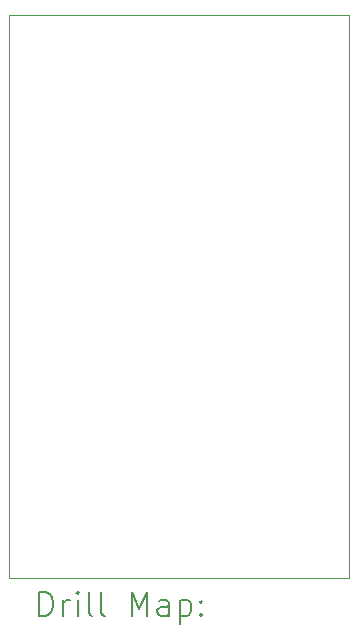
<source format=gbr>
%TF.GenerationSoftware,KiCad,Pcbnew,7.0.8*%
%TF.CreationDate,2024-05-06T13:54:15-04:00*%
%TF.ProjectId,scart breakout,73636172-7420-4627-9265-616b6f75742e,rev?*%
%TF.SameCoordinates,Original*%
%TF.FileFunction,Drillmap*%
%TF.FilePolarity,Positive*%
%FSLAX45Y45*%
G04 Gerber Fmt 4.5, Leading zero omitted, Abs format (unit mm)*
G04 Created by KiCad (PCBNEW 7.0.8) date 2024-05-06 13:54:15*
%MOMM*%
%LPD*%
G01*
G04 APERTURE LIST*
%ADD10C,0.100000*%
%ADD11C,0.200000*%
G04 APERTURE END LIST*
D10*
X1219400Y-1241160D02*
X4098500Y-1241160D01*
X4098500Y-6006720D01*
X1219400Y-6006720D01*
X1219400Y-1241160D01*
D11*
X1475177Y-6323204D02*
X1475177Y-6123204D01*
X1475177Y-6123204D02*
X1522796Y-6123204D01*
X1522796Y-6123204D02*
X1551367Y-6132728D01*
X1551367Y-6132728D02*
X1570415Y-6151775D01*
X1570415Y-6151775D02*
X1579939Y-6170823D01*
X1579939Y-6170823D02*
X1589462Y-6208918D01*
X1589462Y-6208918D02*
X1589462Y-6237489D01*
X1589462Y-6237489D02*
X1579939Y-6275585D01*
X1579939Y-6275585D02*
X1570415Y-6294632D01*
X1570415Y-6294632D02*
X1551367Y-6313680D01*
X1551367Y-6313680D02*
X1522796Y-6323204D01*
X1522796Y-6323204D02*
X1475177Y-6323204D01*
X1675177Y-6323204D02*
X1675177Y-6189870D01*
X1675177Y-6227966D02*
X1684701Y-6208918D01*
X1684701Y-6208918D02*
X1694224Y-6199394D01*
X1694224Y-6199394D02*
X1713272Y-6189870D01*
X1713272Y-6189870D02*
X1732320Y-6189870D01*
X1798986Y-6323204D02*
X1798986Y-6189870D01*
X1798986Y-6123204D02*
X1789462Y-6132728D01*
X1789462Y-6132728D02*
X1798986Y-6142251D01*
X1798986Y-6142251D02*
X1808510Y-6132728D01*
X1808510Y-6132728D02*
X1798986Y-6123204D01*
X1798986Y-6123204D02*
X1798986Y-6142251D01*
X1922796Y-6323204D02*
X1903748Y-6313680D01*
X1903748Y-6313680D02*
X1894224Y-6294632D01*
X1894224Y-6294632D02*
X1894224Y-6123204D01*
X2027558Y-6323204D02*
X2008510Y-6313680D01*
X2008510Y-6313680D02*
X1998986Y-6294632D01*
X1998986Y-6294632D02*
X1998986Y-6123204D01*
X2256129Y-6323204D02*
X2256129Y-6123204D01*
X2256129Y-6123204D02*
X2322796Y-6266061D01*
X2322796Y-6266061D02*
X2389463Y-6123204D01*
X2389463Y-6123204D02*
X2389463Y-6323204D01*
X2570415Y-6323204D02*
X2570415Y-6218442D01*
X2570415Y-6218442D02*
X2560891Y-6199394D01*
X2560891Y-6199394D02*
X2541844Y-6189870D01*
X2541844Y-6189870D02*
X2503748Y-6189870D01*
X2503748Y-6189870D02*
X2484701Y-6199394D01*
X2570415Y-6313680D02*
X2551367Y-6323204D01*
X2551367Y-6323204D02*
X2503748Y-6323204D01*
X2503748Y-6323204D02*
X2484701Y-6313680D01*
X2484701Y-6313680D02*
X2475177Y-6294632D01*
X2475177Y-6294632D02*
X2475177Y-6275585D01*
X2475177Y-6275585D02*
X2484701Y-6256537D01*
X2484701Y-6256537D02*
X2503748Y-6247013D01*
X2503748Y-6247013D02*
X2551367Y-6247013D01*
X2551367Y-6247013D02*
X2570415Y-6237489D01*
X2665653Y-6189870D02*
X2665653Y-6389870D01*
X2665653Y-6199394D02*
X2684701Y-6189870D01*
X2684701Y-6189870D02*
X2722796Y-6189870D01*
X2722796Y-6189870D02*
X2741844Y-6199394D01*
X2741844Y-6199394D02*
X2751367Y-6208918D01*
X2751367Y-6208918D02*
X2760891Y-6227966D01*
X2760891Y-6227966D02*
X2760891Y-6285108D01*
X2760891Y-6285108D02*
X2751367Y-6304156D01*
X2751367Y-6304156D02*
X2741844Y-6313680D01*
X2741844Y-6313680D02*
X2722796Y-6323204D01*
X2722796Y-6323204D02*
X2684701Y-6323204D01*
X2684701Y-6323204D02*
X2665653Y-6313680D01*
X2846605Y-6304156D02*
X2856129Y-6313680D01*
X2856129Y-6313680D02*
X2846605Y-6323204D01*
X2846605Y-6323204D02*
X2837082Y-6313680D01*
X2837082Y-6313680D02*
X2846605Y-6304156D01*
X2846605Y-6304156D02*
X2846605Y-6323204D01*
X2846605Y-6199394D02*
X2856129Y-6208918D01*
X2856129Y-6208918D02*
X2846605Y-6218442D01*
X2846605Y-6218442D02*
X2837082Y-6208918D01*
X2837082Y-6208918D02*
X2846605Y-6199394D01*
X2846605Y-6199394D02*
X2846605Y-6218442D01*
M02*

</source>
